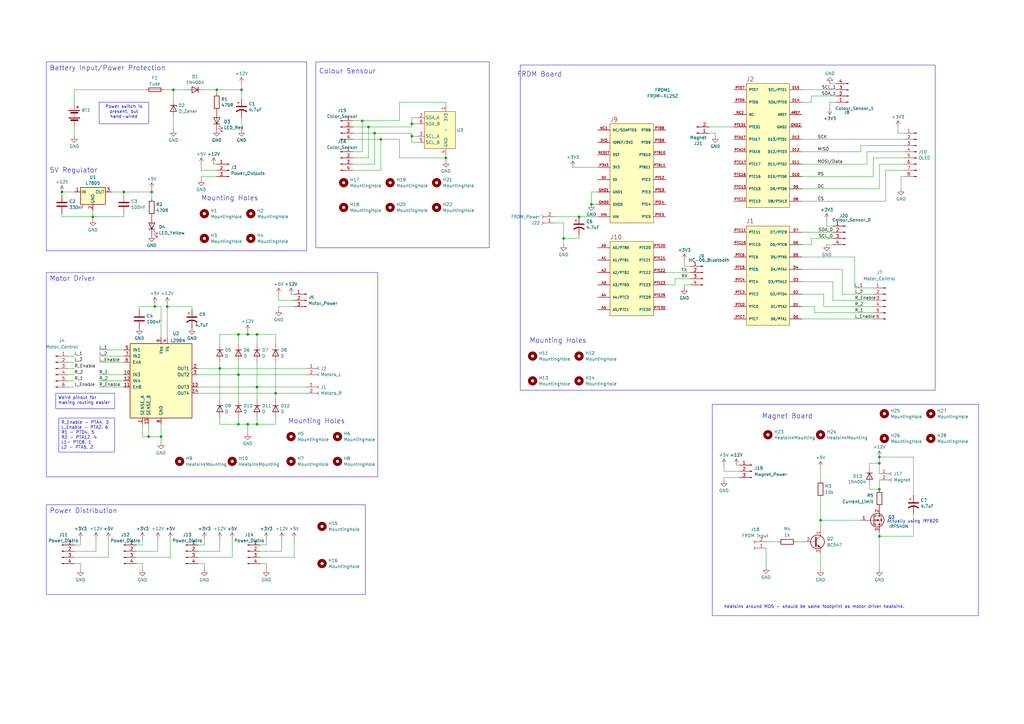
<source format=kicad_sch>
(kicad_sch (version 20230121) (generator eeschema)
  (paper "A3")
  (junction (at 336.55 213.36))
  (junction (at 99.06 36.83))
  (junction (at 50.8 78.74))
  (junction (at 63.5 125.73))
  (junction (at 156.21 57.15))
  (junction (at 231.14 97.79))
  (junction (at 38.1 88.9))
  (junction (at 360.68 219.964))
  (junction (at 90.17 151.13))
  (junction (at 71.12 36.83))
  (junction (at 360.68 200.66))
  (junction (at 97.79 153.67))
  (junction (at 151.13 52.07))
  (junction (at 168.91 50.8))
  (junction (at 148.59 49.53))
  (junction (at 237.49 88.9))
  (junction (at 105.41 173.99))
  (junction (at 182.88 64.77))
  (junction (at 97.79 137.16))
  (junction (at 62.23 78.74))
  (junction (at 113.03 161.29))
  (junction (at 66.04 179.07))
  (junction (at 360.68 187.452))
  (junction (at 168.91 55.88))
  (junction (at 153.67 54.61))
  (junction (at 88.9 36.83))
  (junction (at 242.57 83.82))
  (junction (at 68.58 125.73))
  (junction (at 25.4 78.74))
  (junction (at 101.6 137.16))
  (junction (at 60.96 179.07))
  (junction (at 360.68 189.992))
  (junction (at 101.6 173.99))
  (junction (at 97.79 173.99))
  (junction (at 105.41 137.16))
  (junction (at 105.41 158.75))
  (wire (pts (xy 296.926 193.294) (xy 296.926 190.754)))
  (wire (pts (xy 60.96 179.07) (xy 66.04 179.07)))
  (wire (pts (xy 27.94 151.13) (xy 30.48 151.13)))
  (wire (pts (xy 280.67 109.22) (xy 280.67 106.68)))
  (wire (pts (xy 360.68 187.452) (xy 374.65 187.452)))
  (wire (pts (xy 328.93 41.91) (xy 332.74 41.91)))
  (wire (pts (xy 328.93 72.39) (xy 358.14 72.39)))
  (wire (pts (xy 353.06 59.69) (xy 353.06 62.23)))
  (wire (pts (xy 368.3 54.61) (xy 370.84 54.61)))
  (wire (pts (xy 332.74 97.79) (xy 341.63 97.79)))
  (wire (pts (xy 336.55 191.77) (xy 336.55 196.85)))
  (wire (pts (xy 33.02 233.68) (xy 33.02 231.14)))
  (wire (pts (xy 50.8 87.63) (xy 50.8 88.9)))
  (wire (pts (xy 119.38 120.65) (xy 120.65 120.65)))
  (wire (pts (xy 39.37 226.06) (xy 30.48 226.06)))
  (wire (pts (xy 341.63 115.57) (xy 328.93 115.57)))
  (wire (pts (xy 90.17 137.16) (xy 90.17 140.97)))
  (wire (pts (xy 114.3 127) (xy 114.3 125.73)))
  (wire (pts (xy 45.72 78.74) (xy 50.8 78.74)))
  (wire (pts (xy 151.13 64.77) (xy 151.13 52.07)))
  (wire (pts (xy 242.57 83.82) (xy 245.11 83.82)))
  (wire (pts (xy 68.58 125.73) (xy 78.74 125.73)))
  (wire (pts (xy 237.49 96.52) (xy 237.49 97.79)))
  (wire (pts (xy 90.17 151.13) (xy 90.17 148.59)))
  (wire (pts (xy 293.37 54.61) (xy 293.37 55.88)))
  (wire (pts (xy 68.58 124.46) (xy 68.58 125.73)))
  (wire (pts (xy 356.616 191.516) (xy 356.616 189.992)))
  (wire (pts (xy 328.93 67.31) (xy 355.6 67.31)))
  (wire (pts (xy 163.83 57.15) (xy 156.21 57.15)))
  (wire (pts (xy 144.78 49.53) (xy 148.59 49.53)))
  (wire (pts (xy 296.926 197.104) (xy 296.926 195.834)))
  (wire (pts (xy 71.12 48.26) (xy 71.12 53.34)))
  (wire (pts (xy 82.55 69.85) (xy 82.55 67.31)))
  (wire (pts (xy 358.14 64.77) (xy 358.14 72.39)))
  (wire (pts (xy 356.616 200.66) (xy 360.68 200.66)))
  (wire (pts (xy 280.67 109.22) (xy 283.21 109.22)))
  (wire (pts (xy 68.58 125.73) (xy 68.58 138.43)))
  (wire (pts (xy 360.68 196.85) (xy 360.68 200.66)))
  (wire (pts (xy 242.57 78.74) (xy 242.57 83.82)))
  (wire (pts (xy 97.79 153.67) (xy 97.79 163.83)))
  (wire (pts (xy 280.67 118.11) (xy 280.67 116.84)))
  (wire (pts (xy 27.94 148.59) (xy 30.48 148.59)))
  (wire (pts (xy 276.86 116.84) (xy 276.86 114.3)))
  (wire (pts (xy 345.44 120.65) (xy 345.44 110.49)))
  (wire (pts (xy 114.3 125.73) (xy 120.65 125.73)))
  (wire (pts (xy 90.17 220.98) (xy 90.17 226.06)))
  (wire (pts (xy 368.3 54.61) (xy 368.3 52.07)))
  (wire (pts (xy 58.42 233.68) (xy 58.42 231.14)))
  (wire (pts (xy 99.06 53.34) (xy 99.06 48.26)))
  (wire (pts (xy 39.37 220.98) (xy 39.37 226.06)))
  (wire (pts (xy 370.84 67.31) (xy 360.68 67.31)))
  (wire (pts (xy 58.42 231.14) (xy 55.88 231.14)))
  (wire (pts (xy 328.93 36.83) (xy 342.9 36.83)))
  (wire (pts (xy 356.616 189.992) (xy 360.68 189.992)))
  (wire (pts (xy 148.59 62.23) (xy 148.59 49.53)))
  (wire (pts (xy 280.67 116.84) (xy 283.21 116.84)))
  (wire (pts (xy 168.91 52.07) (xy 168.91 50.8)))
  (wire (pts (xy 33.02 231.14) (xy 30.48 231.14)))
  (wire (pts (xy 30.48 158.75) (xy 27.94 158.75)))
  (wire (pts (xy 38.1 88.9) (xy 50.8 88.9)))
  (wire (pts (xy 340.36 34.29) (xy 342.9 34.29)))
  (wire (pts (xy 314.198 224.79) (xy 314.198 232.664)))
  (wire (pts (xy 358.14 128.27) (xy 334.01 128.27)))
  (wire (pts (xy 30.48 228.6) (xy 44.45 228.6)))
  (wire (pts (xy 182.88 64.77) (xy 163.83 64.77)))
  (wire (pts (xy 168.91 55.88) (xy 168.91 58.42)))
  (wire (pts (xy 163.83 49.53) (xy 163.83 41.91)))
  (wire (pts (xy 182.88 41.91) (xy 182.88 43.18)))
  (wire (pts (xy 71.12 36.83) (xy 76.2 36.83)))
  (wire (pts (xy 345.44 110.49) (xy 328.93 110.49)))
  (wire (pts (xy 64.77 220.98) (xy 64.77 226.06)))
  (wire (pts (xy 358.14 125.73) (xy 337.82 125.73)))
  (wire (pts (xy 83.82 233.68) (xy 83.82 231.14)))
  (wire (pts (xy 105.41 158.75) (xy 105.41 163.83)))
  (wire (pts (xy 64.77 226.06) (xy 55.88 226.06)))
  (wire (pts (xy 339.09 92.71) (xy 339.09 90.17)))
  (wire (pts (xy 334.01 128.27) (xy 334.01 125.73)))
  (wire (pts (xy 62.23 78.74) (xy 50.8 78.74)))
  (wire (pts (xy 115.57 226.06) (xy 106.68 226.06)))
  (wire (pts (xy 113.03 171.45) (xy 113.03 173.99)))
  (wire (pts (xy 328.93 57.15) (xy 370.84 57.15)))
  (wire (pts (xy 350.52 105.41) (xy 328.93 105.41)))
  (wire (pts (xy 227.33 88.9) (xy 237.49 88.9)))
  (wire (pts (xy 337.82 120.65) (xy 328.93 120.65)))
  (wire (pts (xy 273.05 116.84) (xy 276.86 116.84)))
  (wire (pts (xy 38.1 86.36) (xy 38.1 88.9)))
  (wire (pts (xy 276.86 114.3) (xy 283.21 114.3)))
  (wire (pts (xy 97.79 137.16) (xy 97.79 140.97)))
  (wire (pts (xy 374.65 187.452) (xy 374.65 203.2)))
  (wire (pts (xy 57.15 127) (xy 57.15 125.73)))
  (wire (pts (xy 101.6 173.99) (xy 105.41 173.99)))
  (wire (pts (xy 82.55 72.39) (xy 88.9 72.39)))
  (wire (pts (xy 370.84 62.23) (xy 355.6 62.23)))
  (wire (pts (xy 81.28 151.13) (xy 90.17 151.13)))
  (wire (pts (xy 63.5 125.73) (xy 66.04 125.73)))
  (wire (pts (xy 163.83 41.91) (xy 182.88 41.91)))
  (wire (pts (xy 90.17 151.13) (xy 90.17 163.83)))
  (wire (pts (xy 144.78 52.07) (xy 151.13 52.07)))
  (wire (pts (xy 168.91 48.26) (xy 168.91 50.8)))
  (wire (pts (xy 332.74 100.33) (xy 332.74 97.79)))
  (wire (pts (xy 358.14 123.19) (xy 341.63 123.19)))
  (wire (pts (xy 58.42 179.07) (xy 58.42 173.99)))
  (wire (pts (xy 168.91 54.61) (xy 168.91 55.88)))
  (wire (pts (xy 341.63 123.19) (xy 341.63 115.57)))
  (wire (pts (xy 151.13 52.07) (xy 168.91 52.07)))
  (wire (pts (xy 38.1 90.17) (xy 38.1 88.9)))
  (wire (pts (xy 296.926 195.834) (xy 303.276 195.834)))
  (wire (pts (xy 113.03 161.29) (xy 125.73 161.29)))
  (wire (pts (xy 369.57 72.39) (xy 370.84 72.39)))
  (wire (pts (xy 105.41 158.75) (xy 105.41 148.59)))
  (wire (pts (xy 328.93 100.33) (xy 332.74 100.33)))
  (wire (pts (xy 25.4 78.74) (xy 30.48 78.74)))
  (wire (pts (xy 30.48 36.83) (xy 59.69 36.83)))
  (wire (pts (xy 231.14 100.33) (xy 231.14 97.79)))
  (wire (pts (xy 336.55 217.17) (xy 336.55 213.36)))
  (wire (pts (xy 40.64 148.59) (xy 50.8 148.59)))
  (wire (pts (xy 360.68 189.992) (xy 360.68 194.31)))
  (wire (pts (xy 106.68 228.6) (xy 120.65 228.6)))
  (wire (pts (xy 30.48 52.07) (xy 30.48 55.88)))
  (wire (pts (xy 144.78 62.23) (xy 148.59 62.23)))
  (wire (pts (xy 105.41 140.97) (xy 105.41 137.16)))
  (wire (pts (xy 83.82 220.98) (xy 83.82 223.52)))
  (wire (pts (xy 144.78 64.77) (xy 151.13 64.77)))
  (wire (pts (xy 156.21 69.85) (xy 156.21 57.15)))
  (wire (pts (xy 113.03 140.97) (xy 113.03 137.16)))
  (wire (pts (xy 81.28 161.29) (xy 113.03 161.29)))
  (wire (pts (xy 171.45 55.88) (xy 168.91 55.88)))
  (wire (pts (xy 302.006 190.754) (xy 303.276 190.754)))
  (wire (pts (xy 25.4 80.01) (xy 25.4 78.74)))
  (wire (pts (xy 66.04 179.07) (xy 66.04 181.61)))
  (wire (pts (xy 340.36 41.91) (xy 340.36 44.45)))
  (wire (pts (xy 82.55 73.66) (xy 82.55 72.39)))
  (wire (pts (xy 97.79 137.16) (xy 90.17 137.16)))
  (wire (pts (xy 62.23 81.28) (xy 62.23 78.74)))
  (wire (pts (xy 30.48 153.67) (xy 27.94 153.67)))
  (wire (pts (xy 62.23 77.47) (xy 62.23 78.74)))
  (wire (pts (xy 97.79 173.99) (xy 101.6 173.99)))
  (wire (pts (xy 237.49 88.9) (xy 245.11 88.9)))
  (wire (pts (xy 303.276 193.294) (xy 296.926 193.294)))
  (wire (pts (xy 332.74 41.91) (xy 332.74 39.37)))
  (wire (pts (xy 71.12 36.83) (xy 71.12 40.64)))
  (wire (pts (xy 109.22 223.52) (xy 106.68 223.52)))
  (wire (pts (xy 88.9 36.83) (xy 83.82 36.83)))
  (wire (pts (xy 44.45 228.6) (xy 44.45 220.98)))
  (wire (pts (xy 66.04 125.73) (xy 66.04 138.43)))
  (wire (pts (xy 120.65 123.19) (xy 114.3 123.19)))
  (wire (pts (xy 360.68 219.964) (xy 360.68 233.68)))
  (wire (pts (xy 69.85 228.6) (xy 69.85 220.98)))
  (wire (pts (xy 90.17 151.13) (xy 125.73 151.13)))
  (wire (pts (xy 234.95 68.58) (xy 245.11 68.58)))
  (wire (pts (xy 182.88 63.5) (xy 182.88 64.77)))
  (wire (pts (xy 105.41 158.75) (xy 125.73 158.75)))
  (wire (pts (xy 360.68 219.964) (xy 374.65 219.964)))
  (wire (pts (xy 353.06 59.69) (xy 370.84 59.69)))
  (wire (pts (xy 87.63 67.31) (xy 88.9 67.31)))
  (wire (pts (xy 101.6 135.89) (xy 101.6 137.16)))
  (wire (pts (xy 370.84 64.77) (xy 358.14 64.77)))
  (wire (pts (xy 360.68 187.452) (xy 360.68 189.992)))
  (wire (pts (xy 350.52 118.11) (xy 350.52 105.41)))
  (wire (pts (xy 101.6 173.99) (xy 101.6 177.8)))
  (wire (pts (xy 58.42 223.52) (xy 55.88 223.52)))
  (wire (pts (xy 144.78 67.31) (xy 153.67 67.31)))
  (wire (pts (xy 99.06 36.83) (xy 88.9 36.83)))
  (wire (pts (xy 245.11 78.74) (xy 242.57 78.74)))
  (wire (pts (xy 83.82 223.52) (xy 81.28 223.52)))
  (wire (pts (xy 356.616 199.136) (xy 356.616 200.66)))
  (wire (pts (xy 25.4 87.63) (xy 25.4 88.9)))
  (wire (pts (xy 33.02 223.52) (xy 30.48 223.52)))
  (wire (pts (xy 113.03 137.16) (xy 105.41 137.16)))
  (wire (pts (xy 120.65 228.6) (xy 120.65 220.98)))
  (wire (pts (xy 353.06 62.23) (xy 328.93 62.23)))
  (wire (pts (xy 40.64 153.67) (xy 50.8 153.67)))
  (wire (pts (xy 81.28 153.67) (xy 97.79 153.67)))
  (wire (pts (xy 115.57 220.98) (xy 115.57 226.06)))
  (wire (pts (xy 109.22 233.68) (xy 109.22 231.14)))
  (wire (pts (xy 334.01 125.73) (xy 328.93 125.73)))
  (wire (pts (xy 105.41 137.16) (xy 101.6 137.16)))
  (wire (pts (xy 163.83 64.77) (xy 163.83 57.15)))
  (wire (pts (xy 30.48 156.21) (xy 27.94 156.21)))
  (wire (pts (xy 227.33 91.44) (xy 231.14 91.44)))
  (wire (pts (xy 40.64 143.51) (xy 50.8 143.51)))
  (wire (pts (xy 90.17 173.99) (xy 97.79 173.99)))
  (wire (pts (xy 336.55 204.47) (xy 336.55 213.36)))
  (wire (pts (xy 374.65 210.82) (xy 374.65 219.964)))
  (wire (pts (xy 66.04 173.99) (xy 66.04 179.07)))
  (wire (pts (xy 57.15 125.73) (xy 63.5 125.73)))
  (wire (pts (xy 55.88 228.6) (xy 69.85 228.6)))
  (wire (pts (xy 342.9 41.91) (xy 340.36 41.91)))
  (wire (pts (xy 336.55 227.33) (xy 336.55 233.68)))
  (wire (pts (xy 83.82 231.14) (xy 81.28 231.14)))
  (wire (pts (xy 95.25 228.6) (xy 95.25 220.98)))
  (wire (pts (xy 81.28 158.75) (xy 105.41 158.75)))
  (wire (pts (xy 273.05 111.76) (xy 283.21 111.76)))
  (wire (pts (xy 50.8 78.74) (xy 50.8 80.01)))
  (wire (pts (xy 231.14 97.79) (xy 237.49 97.79)))
  (wire (pts (xy 105.41 171.45) (xy 105.41 173.99)))
  (wire (pts (xy 156.21 57.15) (xy 144.78 57.15)))
  (wire (pts (xy 97.79 153.67) (xy 125.73 153.67)))
  (wire (pts (xy 109.22 231.14) (xy 106.68 231.14)))
  (wire (pts (xy 144.78 69.85) (xy 156.21 69.85)))
  (wire (pts (xy 99.06 40.64) (xy 99.06 36.83)))
  (wire (pts (xy 328.93 77.47) (xy 360.68 77.47)))
  (wire (pts (xy 290.83 52.07) (xy 300.99 52.07)))
  (wire (pts (xy 113.03 161.29) (xy 113.03 163.83)))
  (wire (pts (xy 97.79 153.67) (xy 97.79 148.59)))
  (wire (pts (xy 328.93 82.55) (xy 363.22 82.55)))
  (wire (pts (xy 171.45 48.26) (xy 168.91 48.26)))
  (wire (pts (xy 88.9 38.1) (xy 88.9 36.83)))
  (wire (pts (xy 360.68 67.31) (xy 360.68 77.47)))
  (wire (pts (xy 360.68 218.44) (xy 360.68 219.964)))
  (wire (pts (xy 90.17 226.06) (xy 81.28 226.06)))
  (wire (pts (xy 40.64 158.75) (xy 50.8 158.75)))
  (wire (pts (xy 99.06 34.29) (xy 99.06 36.83)))
  (wire (pts (xy 40.64 156.21) (xy 50.8 156.21)))
  (wire (pts (xy 153.67 54.61) (xy 168.91 54.61)))
  (wire (pts (xy 90.17 171.45) (xy 90.17 173.99)))
  (wire (pts (xy 153.67 67.31) (xy 153.67 54.61)))
  (wire (pts (xy 337.82 125.73) (xy 337.82 120.65)))
  (wire (pts (xy 58.42 220.98) (xy 58.42 223.52)))
  (wire (pts (xy 339.09 100.33) (xy 341.63 100.33)))
  (wire (pts (xy 27.94 146.05) (xy 30.48 146.05)))
  (wire (pts (xy 341.63 92.71) (xy 339.09 92.71)))
  (wire (pts (xy 369.57 77.47) (xy 369.57 72.39)))
  (wire (pts (xy 78.74 127) (xy 78.74 125.73)))
  (wire (pts (xy 63.5 124.46) (xy 63.5 125.73)))
  (wire (pts (xy 168.91 50.8) (xy 171.45 50.8)))
  (wire (pts (xy 67.31 36.83) (xy 71.12 36.83)))
  (wire (pts (xy 60.96 173.99) (xy 60.96 179.07)))
  (wire (pts (xy 144.78 54.61) (xy 153.67 54.61)))
  (wire (pts (xy 109.22 220.98) (xy 109.22 223.52)))
  (wire (pts (xy 148.59 49.53) (xy 163.83 49.53)))
  (wire (pts (xy 328.93 130.81) (xy 358.14 130.81)))
  (wire (pts (xy 328.93 95.25) (xy 341.63 95.25)))
  (wire (pts (xy 358.14 118.11) (xy 350.52 118.11)))
  (wire (pts (xy 114.3 123.19) (xy 114.3 120.65)))
  (wire (pts (xy 336.55 213.36) (xy 353.06 213.36)))
  (wire (pts (xy 105.41 173.99) (xy 113.03 173.99)))
  (wire (pts (xy 30.48 41.91) (xy 30.48 36.83)))
  (wire (pts (xy 25.4 88.9) (xy 38.1 88.9)))
  (wire (pts (xy 88.9 69.85) (xy 82.55 69.85)))
  (wire (pts (xy 81.28 228.6) (xy 95.25 228.6)))
  (wire (pts (xy 40.64 146.05) (xy 50.8 146.05)))
  (wire (pts (xy 58.42 179.07) (xy 60.96 179.07)))
  (wire (pts (xy 97.79 171.45) (xy 97.79 173.99)))
  (wire (pts (xy 168.91 58.42) (xy 171.45 58.42)))
  (wire (pts (xy 182.88 64.77) (xy 182.88 66.04)))
  (wire (pts (xy 326.644 222.25) (xy 328.93 222.25)))
  (wire (pts (xy 314.198 222.25) (xy 319.024 222.25)))
  (wire (pts (xy 358.14 120.65) (xy 345.44 120.65)))
  (wire (pts (xy 113.03 161.29) (xy 113.03 148.59)))
  (wire (pts (xy 370.84 69.85) (xy 363.22 69.85)))
  (wire (pts (xy 363.22 69.85) (xy 363.22 82.55)))
  (wire (pts (xy 33.02 220.98) (xy 33.02 223.52)))
  (wire (pts (xy 290.83 54.61) (xy 293.37 54.61)))
  (wire (pts (xy 231.14 97.79) (xy 231.14 91.44)))
  (wire (pts (xy 101.6 137.16) (xy 97.79 137.16)))
  (wire (pts (xy 355.6 62.23) (xy 355.6 67.31)))
  (wire (pts (xy 332.74 39.37) (xy 342.9 39.37)))
  (rectangle (start 129.54 25.4) (end 200.66 101.6))
  (rectangle (start 19.05 207.01) (end 149.86 243.84))
  (rectangle (start 19.05 25.4) (end 125.73 102.87))
  (rectangle (start 19.05 111.76) (end 154.94 195.58))
  (rectangle (start 213.36 26.67) (end 383.54 160.02))
  (rectangle (start 292.1 165.862) (end 401.32 252.476))
  (text_box "Power switch is present, but hand-wired" (at 40.64 41.91 0) (size 20.32 8.89) (effects (font (size 1.27 1.27)) (justify top)))
  (text_box "Weird pinout for making routing easier" (at 22.86 161.29 0) (size 24.13 6.35) (effects (font (size 1.27 1.27)) (justify left top)))
  (text_box "R_Enable - PTA4, 3\nL_Enable - PTA2, 6\nR1 - PTD4, 5\nR2 - PTA12, 4\nL1- PTC8, 1\nL2 - PTA5, 2" (at 24.13 171.45 0) (size 22.86 13.97) (effects (font (size 1.27 1.27)) (justify left top)))
  (text "Mounting Holes" (at 118.11 173.99 0) (effects (font (size 2 2)) (justify left bottom)))
  (text "Power Distribution\n" (at 20.32 210.82 0) (effects (font (size 2 2)) (justify left bottom)))
  (text "heatsink around MOS - should be same footprint as motor driver heatsink.\n" (at 296.926 249.682 0) (effects (font (size 1.27 1.27)) (justify left bottom)))
  (text "5V Regulator" (at 20.32 71.12 0) (effects (font (size 2 2)) (justify left bottom)))
  (text "Actually using IRF620" (at 363.728 214.63 0) (effects (font (size 1.27 1.27)) (justify left bottom)))
  (text "Mounting Holes" (at 217.17 140.97 0) (effects (font (size 2 2)) (justify left bottom)))
  (text "Battery Input/Power Protection" (at 20.32 29.21 0) (effects (font (size 2 2)) (justify left bottom)))
  (text "Mounting Holes" (at 82.55 82.55 0) (effects (font (size 2 2)) (justify left bottom)))
  (text "Colour Sensour" (at 130.81 30.48 0) (effects (font (size 2 2)) (justify left bottom)))
  (text "FRDM Board\n" (at 212.09 31.75 0) (effects (font (size 2 2)) (justify left bottom)))
  (text "Magnet Board" (at 312.42 171.958 0) (effects (font (size 2 2)) (justify left bottom)))
  (text "Motor Driver" (at 20.32 115.57 0) (effects (font (size 2 2)) (justify left bottom)))
  (label "SDA_1" (at 342.9 39.37 180))
  (label "DC" (at 335.28 77.47 0))
  (label "R_1" (at 350.52 128.27 0))
  (label "L_Enable" (at 350.52 130.81 0))
  (label "L_1" (at 30.48 146.05 0))
  (label "MOSI{slash}Data" (at 335.28 67.31 0))
  (label "L_Enable" (at 30.48 158.75 0))
  (label "SCK" (at 335.28 57.15 0))
  (label "L_1" (at 40.64 143.51 0))
  (label "TX" (at 279.4 111.76 0))
  (label "R_1" (at 30.48 156.21 0))
  (label "SCL_0" (at 341.63 97.79 180))
  (label "RS" (at 335.28 72.39 0))
  (label "MISO" (at 335.28 62.23 0))
  (label "L_1" (at 350.52 118.11 0))
  (label "R_2" (at 30.48 153.67 0))
  (label "R_1" (at 40.64 153.67 0))
  (label "L_2" (at 350.52 120.65 0))
  (label "R_Enable" (at 350.52 123.19 0))
  (label "SDA_0" (at 341.63 95.25 180))
  (label "R_2" (at 40.64 156.21 0))
  (label "R_Enable" (at 30.48 151.13 0))
  (label "RX" (at 279.4 114.3 0))
  (label "CS" (at 335.28 82.55 0))
  (label "R_2" (at 350.52 125.73 0))
  (label "R_Enable" (at 40.64 158.75 0))
  (label "L_2" (at 30.48 148.59 0))
  (label "L_2" (at 40.64 146.05 0))
  (label "SCL_1" (at 342.9 36.83 180))
  (label "L_Enable" (at 40.64 148.59 0))
  (symbol (lib_id "PCM_4ms_Power-symbol:GND") (at 339.09 100.33 0) (unit 1)
    (property "Reference" "#PWR055" (effects hide))
    (property "Value" "GND" (at 339.09 104.4631 0))
  )
  (symbol (lib_id "Connector:Conn_01x02_Socket") (at 309.118 224.79 180) (unit 1)
    (property "Reference" "J18" (at 309.753 217.17 0))
    (property "Value" "FRDM input" (at 309.753 219.71 0))
    (property "Footprint" "Connector_Molex:Molex_KK-254_AE-6410-02A_1x02_P2.54mm_Vertical" (effects hide))
  )
  (symbol (lib_id "PCM_4ms_Power-symbol:+12V") (at 90.17 220.98 0) (mirror y) (unit 1)
    (property "Reference" "#PWR038" (effects hide))
    (property "Value" "+12V" (at 90.17 216.8469 0))
  )
  (symbol (lib_id "Mechanical:MountingHole") (at 179.07 85.09 0) (unit 1)
    (property "Reference" "H22" (at 181.61 83.8779 0) (effects (justify left)))
    (property "Value" "MountingHole" (at 181.61 86.3021 0) (effects (justify left)))
    (property "Footprint" "MountingHole:MountingHole_5.3mm_M5" (effects hide))
  )
  (symbol (lib_id "Transistor_FET:IRF540N") (at 358.14 213.36 0) (unit 1)
    (property "Reference" "Q3" (at 364.236 212.09 0) (effects (justify left)))
    (property "Value" "IRF540N" (at 364.49 215.9 0) (effects (justify left)))
    (property "Footprint" "Package_TO_SOT_THT:TO-220-3_Vertical" (effects hide))
    (property "Datasheet" "http://www.irf.com/product-info/datasheets/data/irf540n.pdf" (effects hide))
  )
  (symbol (lib_id "PCM_4ms_Power-symbol:+12V") (at 115.57 220.98 0) (mirror y) (unit 1)
    (property "Reference" "#PWR042" (effects hide))
    (property "Value" "+12V" (at 115.57 216.8469 0))
  )
  (symbol (lib_id "power:+5V") (at 69.85 220.98 0) (mirror y) (unit 1)
    (property "Reference" "#PWR035" (effects hide))
    (property "Value" "+5V" (at 69.85 216.8469 0))
  )
  (symbol (lib_id "PCM_4ms_Power-symbol:GND") (at 83.82 233.68 0) (unit 1)
    (property "Reference" "#PWR040" (effects hide))
    (property "Value" "GND" (at 83.82 237.8131 0))
  )
  (symbol (lib_id "PCM_4ms_Power-symbol:+3.3V") (at 368.3 52.07 0) (mirror y) (unit 1)
    (property "Reference" "#PWR059" (effects hide))
    (property "Value" "+3.3V" (at 368.3 47.9369 0))
  )
  (symbol (lib_id "Device:R") (at 322.834 222.25 90) (unit 1)
    (property "Reference" "R4" (at 322.834 216.916 90))
    (property "Value" "1k" (at 322.834 219.456 90))
    (property "Footprint" "Resistor_THT:R_Axial_DIN0207_L6.3mm_D2.5mm_P10.16mm_Horizontal" (effects hide))
  )
  (symbol (lib_id "Connector:Conn_01x04_Pin") (at 139.7 52.07 0) (unit 1)
    (property "Reference" "J15" (at 140.335 45.3095 0))
    (property "Value" "Color_Sensor" (at 140.335 47.7337 0))
    (property "Footprint" "Connector_Molex:Molex_KK-254_AE-6410-04A_1x04_P2.54mm_Vertical" (effects hide))
  )
  (symbol (lib_id "power:+5V") (at 296.926 190.754 0) (unit 1)
    (property "Reference" "#PWR051" (effects hide))
    (property "Value" "+5V" (at 296.926 186.6209 0))
  )
  (symbol (lib_id "PCM_4ms_Power-symbol:+3.3V") (at 58.42 220.98 0) (unit 1)
    (property "Reference" "#PWR033" (effects hide))
    (property "Value" "+3.3V" (at 58.42 216.8469 0))
  )
  (symbol (lib_id "Mechanical:MountingHole") (at 179.07 74.93 0) (unit 1)
    (property "Reference" "H21" (at 181.61 73.7179 0) (effects (justify left)))
    (property "Value" "MountingHole" (at 181.61 76.1421 0) (effects (justify left)))
    (property "Footprint" "MountingHole:MountingHole_5.3mm_M5" (effects hide))
  )
  (symbol (lib_id "Transistor_BJT:BC547") (at 334.01 222.25 0) (unit 1)
    (property "Reference" "Q2" (at 339.09 220.98 0) (effects (justify left)))
    (property "Value" "BC547" (at 339.09 223.52 0) (effects (justify left)))
    (property "Footprint" "Package_TO_SOT_THT:TO-92_Inline_Wide" (effects hide))
    (property "Datasheet" "https://www.onsemi.com/pub/Collateral/BC550-D.pdf" (effects hide))
  )
  (symbol (lib_id "power:+5V") (at 44.45 220.98 0) (mirror y) (unit 1)
    (property "Reference" "#PWR030" (effects hide))
    (property "Value" "+5V" (at 44.45 216.8469 0))
  )
  (symbol (lib_id "Connector:Conn_01x04_Pin") (at 346.71 95.25 0) (mirror y) (unit 1)
    (property "Reference" "J20" (at 346.075 88.4895 0))
    (property "Value" "Colour_Sensor_0" (at 349.25 90.17 0))
    (property "Footprint" "Connector_Molex:Molex_KK-254_AE-6410-04A_1x04_P2.54mm_Vertical" (effects hide))
  )
  (symbol (lib_id "PCM_4ms_Power-symbol:GND") (at 293.37 55.88 0) (mirror y) (unit 1)
    (property "Reference" "#PWR060" (effects hide))
    (property "Value" "GND" (at 293.37 60.0131 0))
  )
  (symbol (lib_id "Connector:Conn_01x04_Pin") (at 50.8 226.06 0) (unit 1)
    (property "Reference" "J12" (at 51.435 219.2995 0))
    (property "Value" "Power_Distro" (at 51.435 221.7237 0))
    (property "Footprint" "TerminalBlock:TerminalBlock_bornier-4_P5.08mm" (effects hide))
  )
  (symbol (lib_id "Mechanical:MountingHole") (at 381.762 169.672 0) (unit 1)
    (property "Reference" "H27" (at 384.302 168.4599 0) (effects (justify left)))
    (property "Value" "MountingHole" (at 384.302 170.8841 0) (effects (justify left)))
    (property "Footprint" "MountingHole:MountingHole_3mm" (effects hide))
  )
  (symbol (lib_id "PCM_4ms_Power-symbol:GND") (at 340.36 34.29 0) (mirror x) (unit 1)
    (property "Reference" "#PWR022" (effects hide))
    (property "Value" "GND" (at 340.36 30.1569 0))
  )
  (symbol (lib_id "PCM_4ms_Power-symbol:GND") (at 280.67 118.11 0) (unit 1)
    (property "Reference" "#PWR056" (effects hide))
    (property "Value" "GND" (at 280.67 122.2431 0))
  )
  (symbol (lib_id "PCM_4ms_Power-symbol:GND") (at 369.57 77.47 0) (unit 1)
    (property "Reference" "#PWR058" (effects hide))
    (property "Value" "GND" (at 369.57 81.6031 0))
  )
  (symbol (lib_id "Device:D") (at 90.17 167.64 270) (unit 1)
    (property "Reference" "D9" (at 92.202 166.4279 90) (effects (justify left)))
    (property "Value" "D" (at 92.202 168.8521 90) (effects (justify left)))
    (property "Footprint" "Diode_THT:D_A-405_P10.16mm_Horizontal" (effects hide))
    (property "Sim.Device" "D" (effects hide))
    (property "Sim.Pins" "1=K 2=A" (effects hide))
  )
  (symbol (lib_id "PCM_4ms_Power-symbol:GND") (at 336.55 233.68 0) (mirror y) (unit 1)
    (property "Reference" "#PWR049" (effects hide))
    (property "Value" "GND" (at 336.55 237.8131 0))
  )
  (symbol (lib_id "Device:D") (at 97.79 167.64 270) (unit 1)
    (property "Reference" "D10" (at 99.822 166.4279 90) (effects (justify left)))
    (property "Value" "D" (at 99.822 168.8521 90) (effects (justify left)))
    (property "Footprint" "Diode_THT:D_A-405_P10.16mm_Horizontal" (effects hide))
    (property "Sim.Device" "D" (effects hide))
    (property "Sim.Pins" "1=K 2=A" (effects hide))
  )
  (symbol (lib_id "PCM_4ms_Power-symbol:GND") (at 182.88 66.04 0) (unit 1)
    (property "Reference" "#PWR045" (effects hide))
    (property "Value" "GND" (at 182.88 70.1731 0))
  )
  (symbol (lib_id "Connector:Conn_01x03_Pin") (at 125.73 123.19 0) (mirror y) (unit 1)
    (property "Reference" "J5" (at 126.4412 121.9779 0) (effects (justify right)))
    (property "Value" "Motor_Power" (at 126.4412 124.4021 0) (effects (justify right)))
    (property "Footprint" "TerminalBlock:TerminalBlock_bornier-3_P5.08mm" (effects hide))
  )
  (symbol (lib_id "PCM_4ms_Power-symbol:GND") (at 38.1 90.17 0) (unit 1)
    (property "Reference" "#PWR09" (effects hide))
    (property "Value" "GND" (at 38.1 94.3031 0))
  )
  (symbol (lib_id "Device:R") (at 62.23 85.09 0) (unit 1)
    (property "Reference" "R2" (at 64.008 83.8779 0) (effects (justify left)))
    (property "Value" "470R" (at 64.008 86.3021 0) (effects (justify left)))
    (property "Footprint" "Resistor_THT:R_Axial_DIN0207_L6.3mm_D2.5mm_P10.16mm_Horizontal" (effects hide))
  )
  (symbol (lib_id "Connector:Conn_01x04_Pin") (at 101.6 226.06 0) (unit 1)
    (property "Reference" "J14" (at 102.235 219.2995 0))
    (property "Value" "Power_Distro" (at 102.235 221.7237 0))
    (property "Footprint" "TerminalBlock:TerminalBlock_bornier-4_P5.08mm" (effects hide))
  )
  (symbol (lib_id "PCM_4ms_Power-symbol:GND") (at 78.74 134.62 0) (unit 1)
    (property "Reference" "#PWR015" (effects hide))
    (property "Value" "GND" (at 78.74 138.7531 0))
  )
  (symbol (lib_id "PCM_4ms_Power-symbol:GND") (at 314.198 232.664 0) (mirror y) (unit 1)
    (property "Reference" "#PWR050" (effects hide))
    (property "Value" "GND" (at 314.198 236.7971 0))
  )
  (symbol (lib_id "Mechanical:MountingHole") (at 314.96 178.308 0) (unit 1)
    (property "Reference" "H23" (at 317.5 177.0959 0) (effects (justify left)))
    (property "Value" "HeatsinkMounting" (at 317.5 179.5201 0) (effects (justify left)))
    (property "Footprint" "new_winterbloom:M3_Heatsink_Mounting" (effects hide))
  )
  (symbol (lib_id "PCM_4ms_Power-symbol:+3.3V") (at 109.22 220.98 0) (unit 1)
    (property "Reference" "#PWR041" (effects hide))
    (property "Value" "+3.3V" (at 109.22 216.8469 0))
  )
  (symbol (lib_id "Device:D") (at 80.01 36.83 180) (unit 1)
    (property "Reference" "D1" (at 80.01 31.4157 0))
    (property "Value" "1N4004" (at 80.01 33.8399 0))
    (property "Footprint" "Diode_THT:D_A-405_P10.16mm_Horizontal" (effects hide))
    (property "Sim.Device" "D" (effects hide))
    (property "Sim.Pins" "1=K 2=A" (effects hide))
  )
  (symbol (lib_id "power:+5V") (at 95.25 220.98 0) (mirror y) (unit 1)
    (property "Reference" "#PWR039" (effects hide))
    (property "Value" "+5V" (at 95.25 216.8469 0))
  )
  (symbol (lib_id "Mechanical:MountingHole") (at 218.44 146.05 0) (unit 1)
    (property "Reference" "H11" (at 220.98 144.8379 0) (effects (justify left)))
    (property "Value" "MountingHole" (at 220.98 147.2621 0) (effects (justify left)))
    (property "Footprint" "MountingHole:MountingHole_3mm" (effects hide))
  )
  (symbol (lib_id "PCM_4ms_Power-symbol:GND") (at 296.926 197.104 0) (unit 1)
    (property "Reference" "#PWR052" (effects hide))
    (property "Value" "GND" (at 296.926 201.2371 0))
  )
  (symbol (lib_id "Driver_Motor:L298N") (at 66.04 156.21 0) (unit 1)
    (property "Reference" "U2" (at 70.7741 136.8257 0) (effects (justify left)))
    (property "Value" "L298N" (at 69.85 139.7 0) (effects (justify left)))
    (property "Footprint" "Package_TO_SOT_THT:TO-220-15_P2.54x2.54mm_StaggerOdd_Lead4.58mm_Vertical" (effects hide))
    (property "Datasheet" "http://www.st.com/st-web-ui/static/active/en/resource/technical/document/datasheet/CD00000240.pdf" (effects hide))
  )
  (symbol (lib_id "PCM_4ms_Power-symbol:+3.3V") (at 339.09 90.17 0) (mirror y) (unit 1)
    (property "Reference" "#PWR054" (effects hide))
    (property "Value" "+3.3V" (at 339.09 86.0369 0))
  )
  (symbol (lib_id "Connector:Conn_01x04_Pin") (at 288.29 111.76 0) (mirror y) (unit 1)
    (property "Reference" "J9" (at 287.655 104.9995 0))
    (property "Value" "HC-06_Bluetooth" (at 290.83 106.68 0))
    (property "Footprint" "Connector_Molex:Molex_KK-254_AE-6410-04A_1x04_P2.54mm_Vertical" (effects hide))
  )
  (symbol (lib_id "PCM_4ms_Power-symbol:GND") (at 88.9 53.34 0) (unit 1)
    (property "Reference" "#PWR05" (effects hide))
    (property "Value" "GND" (at 88.9 57.4731 0))
  )
  (symbol (lib_id "PCM_4ms_Power-symbol:GND") (at 99.06 53.34 0) (unit 1)
    (property "Reference" "#PWR06" (effects hide))
    (property "Value" "GND" (at 99.06 57.4731 0))
  )
  (symbol (lib_id "PCM_4ms_Power-symbol:+3.3V") (at 33.02 220.98 0) (unit 1)
    (property "Reference" "#PWR032" (effects hide))
    (property "Value" "+3.3V" (at 33.02 216.8469 0))
  )
  (symbol (lib_id "Connector:Conn_01x02_Socket") (at 365.76 194.31 0) (unit 1)
    (property "Reference" "J17" (at 366.522 194.31 0) (effects (justify left)))
    (property "Value" "Magnet" (at 366.522 196.85 0) (effects (justify left)))
    (property "Footprint" "TerminalBlock:TerminalBlock_bornier-2_P5.08mm" (effects hide))
  )
  (symbol (lib_id "Device:R") (at 88.9 41.91 0) (unit 1)
    (property "Reference" "R1" (at 90.678 40.6979 0) (effects (justify left)))
    (property "Value" "470R" (at 90.678 43.1221 0) (effects (justify left)))
    (property "Footprint" "Resistor_THT:R_Axial_DIN0207_L6.3mm_D2.5mm_P10.16mm_Horizontal" (effects hide))
  )
  (symbol (lib_id "Connector:Conn_01x03_Pin") (at 308.356 193.294 0) (mirror y) (unit 1)
    (property "Reference" "J19" (at 309.372 192.024 0) (effects (justify right)))
    (property "Value" "Magnet_Power" (at 309.372 194.564 0) (effects (justify right)))
    (property "Footprint" "TerminalBlock:TerminalBlock_bornier-3_P5.08mm" (effects hide))
  )
  (symbol (lib_id "Device:D") (at 113.03 144.78 270) (unit 1)
    (property "Reference" "D8" (at 115.062 143.5679 90) (effects (justify left)))
    (property "Value" "D" (at 115.062 145.9921 90) (effects (justify left)))
    (property "Footprint" "Diode_THT:D_A-405_P10.16mm_Horizontal" (effects hide))
    (property "Sim.Device" "D" (effects hide))
    (property "Sim.Pins" "1=K 2=A" (effects hide))
  )
  (symbol (lib_id "Mechanical:MountingHole") (at 132.08 231.14 0) (unit 1)
    (property "Reference" "H16" (at 134.62 229.9279 0) (effects (justify left)))
    (property "Value" "MountingHole" (at 134.62 232.3521 0) (effects (justify left)))
    (property "Footprint" "MountingHole:MountingHole_3mm" (effects hide))
  )
  (symbol (lib_id "Mechanical:MountingHole") (at 381.762 179.832 0) (unit 1)
    (property "Reference" "H28" (at 384.302 178.6199 0) (effects (justify left)))
    (property "Value" "MountingHole" (at 384.302 181.0441 0) (effects (justify left)))
    (property "Footprint" "MountingHole:MountingHole_3mm" (effects hide))
  )
  (symbol (lib_id "PCM_4ms_Power-symbol:+12V") (at 101.6 135.89 0) (unit 1)
    (property "Reference" "#PWR014" (effects hide))
    (property "Value" "+12V" (at 101.6 131.7569 0))
  )
  (symbol (lib_id "PCM_4ms_Power-symbol:GND") (at 114.3 127 0) (unit 1)
    (property "Reference" "#PWR020" (effects hide))
    (property "Value" "GND" (at 114.3 131.1331 0))
  )
  (symbol (lib_id "PCM_4ms_Power-symbol:+12V") (at 64.77 220.98 0) (mirror y) (unit 1)
    (property "Reference" "#PWR034" (effects hide))
    (property "Value" "+12V" (at 64.77 216.8469 0))
  )
  (symbol (lib_id "power:+5V") (at 63.5 124.46 0) (unit 1)
    (property "Reference" "#PWR011" (effects hide))
    (property "Value" "+5V" (at 63.5 120.3269 0))
  )
  (symbol (lib_id "Connector:Conn_01x02_Socket") (at 130.81 151.13 0) (unit 1)
    (property "Reference" "J2" (at 131.5212 151.1879 0) (effects (justify left)))
    (property "Value" "Motors_L" (at 131.5212 153.6121 0) (effects (justify left)))
    (property "Footprint" "TerminalBlock:TerminalBlock_bornier-2_P5.08mm" (effects hide))
  )
  (symbol (lib_id "Device:C_Polarized_US") (at 374.65 207.01 0) (unit 1)
    (property "Reference" "C7" (at 377.571 205.1629 0) (effects (justify left)))
    (property "Value" "4.7uF" (at 377.571 207.5871 0) (effects (justify left)))
    (property "Footprint" "Capacitor_THT:CP_Radial_D8.0mm_P3.50mm" (effects hide))
  )
  (symbol (lib_id "PCM_4ms_Power-symbol:GND") (at 242.57 83.82 0) (mirror y) (unit 1)
    (property "Reference" "#PWR021" (effects hide))
    (property "Value" "GND" (at 242.57 87.9531 0))
  )
  (symbol (lib_id "Mechanical:MountingHole") (at 362.712 169.672 0) (unit 1)
    (property "Reference" "H25" (at 365.252 168.4599 0) (effects (justify left)))
    (property "Value" "MountingHole" (at 365.252 170.8841 0) (effects (justify left)))
    (property "Footprint" "MountingHole:MountingHole_3mm" (effects hide))
  )
  (symbol (lib_id "Device:D") (at 105.41 167.64 270) (unit 1)
    (property "Reference" "D11" (at 107.442 166.4279 90) (effects (justify left)))
    (property "Value" "D" (at 107.442 168.8521 90) (effects (justify left)))
    (property "Footprint" "Diode_THT:D_A-405_P10.16mm_Horizontal" (effects hide))
    (property "Sim.Device" "D" (effects hide))
    (property "Sim.Pins" "1=K 2=A" (effects hide))
  )
  (symbol (lib_id "Connector:Conn_01x04_Pin") (at 139.7 64.77 0) (unit 1)
    (property "Reference" "J16" (at 140.335 58.0095 0))
    (property "Value" "Color_Sensor" (at 140.335 60.4337 0))
    (property "Footprint" "Connector_Molex:Molex_KK-254_AE-6410-04A_1x04_P2.54mm_Vertical" (effects hide))
  )
  (symbol (lib_id "Device:D") (at 113.03 167.64 270) (unit 1)
    (property "Reference" "D12" (at 115.062 166.4279 90) (effects (justify left)))
    (property "Value" "D" (at 115.062 168.8521 90) (effects (justify left)))
    (property "Footprint" "Diode_THT:D_A-405_P10.16mm_Horizontal" (effects hide))
    (property "Sim.Device" "D" (effects hide))
    (property "Sim.Pins" "1=K 2=A" (effects hide))
  )
  (symbol (lib_id "Device:D") (at 97.79 144.78 270) (unit 1)
    (property "Reference" "D6" (at 99.822 143.5679 90) (effects (justify left)))
    (property "Value" "D" (at 99.822 145.9921 90) (effects (justify left)))
    (property "Footprint" "Diode_THT:D_A-405_P10.16mm_Horizontal" (effects hide))
    (property "Sim.Device" "D" (effects hide))
    (property "Sim.Pins" "1=K 2=A" (effects hide))
  )
  (symbol (lib_id "Connector:Conn_01x04_Pin") (at 347.98 39.37 180) (unit 1)
    (property "Reference" "J8" (at 347.345 46.1305 0))
    (property "Value" "Colour_Sensor_1" (at 350.52 44.45 0))
    (property "Footprint" "Connector_Molex:Molex_KK-254_AE-6410-04A_1x04_P2.54mm_Vertical" (effects hide))
  )
  (symbol (lib_id "Device:D_Zener") (at 71.12 44.45 270) (unit 1)
    (property "Reference" "D2" (at 73.152 43.2379 90) (effects (justify left)))
    (property "Value" "D_Zener" (at 73.152 45.6621 90) (effects (justify left)))
    (property "Footprint" "Diode_THT:D_A-405_P10.16mm_Horizontal" (effects hide))
  )
  (symbol (lib_id "Device:R") (at 360.68 204.47 0) (unit 1)
    (property "Reference" "R5" (at 355.6 203.2 0) (effects (justify left)))
    (property "Value" "Current_Limit" (at 345.44 205.74 0) (effects (justify left)))
    (property "Footprint" "Resistor_THT:R_Axial_DIN0207_L6.3mm_D2.5mm_P10.16mm_Horizontal" (effects hide))
  )
  (symbol (lib_id "Connector:Conn_01x02_Socket") (at 130.81 158.75 0) (unit 1)
    (property "Reference" "J1" (at 131.5212 158.8079 0) (effects (justify left)))
    (property "Value" "Motors_R" (at 131.5212 161.2321 0) (effects (justify left)))
    (property "Footprint" "TerminalBlock:TerminalBlock_bornier-2_P5.08mm" (effects hide))
  )
  (symbol (lib_id "Mechanical:MountingHole") (at 218.44 156.21 0) (unit 1)
    (property "Reference" "H13" (at 220.98 154.9979 0) (effects (justify left)))
    (property "Value" "MountingHole" (at 220.98 157.4221 0) (effects (justify left)))
    (property "Footprint" "MountingHole:MountingHole_3mm" (effects hide))
  )
  (symbol (lib_id "Mechanical:MountingHole") (at 95.25 189.23 0) (unit 1)
    (property "Reference" "H10" (at 97.79 188.0179 0) (effects (justify left)))
    (property "Value" "HeatsinkMounting" (at 97.79 190.4421 0) (effects (justify left)))
    (property "Footprint" "new_winterbloom:M3_Heatsink_Mounting" (effects hide))
  )
  (symbol (lib_id "PCM_4ms_Power-symbol:GND") (at 82.55 73.66 0) (unit 1)
    (property "Reference" "#PWR026" (effects hide))
    (property "Value" "GND" (at 82.55 77.7931 0))
  )
  (symbol (lib_id "Connector:Conn_01x08_Pin") (at 375.92 62.23 0) (mirror y) (unit 1)
    (property "Reference" "J10" (at 376.6312 62.2879 0) (effects (justify right)))
    (property "Value" "OLED" (at 376.6312 64.7121 0) (effects (justify right)))
    (property "Footprint" "Connector_Molex:Molex_KK-254_AE-6410-08A_1x08_P2.54mm_Vertical" (effects hide))
  )
  (symbol (lib_id "Device:C_Polarized_US") (at 237.49 92.71 0) (unit 1)
    (property "Reference" "C6" (at 240.411 90.8629 0) (effects (justify left)))
    (property "Value" "4.7uF" (at 240.411 93.2871 0) (effects (justify left)))
    (property "Footprint" "Capacitor_THT:CP_Radial_D8.0mm_P3.50mm" (effects hide))
  )
  (symbol (lib_id "Mechanical:MountingHole") (at 140.97 85.09 0) (unit 1)
    (property "Reference" "H18" (at 143.51 83.8779 0) (effects (justify left)))
    (property "Value" "MountingHole" (at 143.51 86.3021 0) (effects (justify left)))
    (property "Footprint" "MountingHole:MountingHole_3mm" (effects hide))
  )
  (symbol (lib_id "Mechanical:MountingHole") (at 83.82 87.63 0) (unit 1)
    (property "Reference" "H1" (at 86.36 86.4179 0) (effects (justify left)))
    (property "Value" "MountingHole" (at 86.36 88.8421 0) (effects (justify left)))
    (property "Footprint" "MountingHole:MountingHole_3mm" (effects hide))
  )
  (symbol (lib_id "Device:D") (at 105.41 144.78 270) (unit 1)
    (property "Reference" "D7" (at 107.442 143.5679 90) (effects (justify left)))
    (property "Value" "D" (at 107.442 145.9921 90) (effects (justify left)))
    (property "Footprint" "Diode_THT:D_A-405_P10.16mm_Horizontal" (effects hide))
    (property "Sim.Device" "D" (effects hide))
    (property "Sim.Pins" "1=K 2=A" (effects hide))
  )
  (symbol (lib_id "Connector:Conn_01x04_Pin") (at 25.4 226.06 0) (unit 1)
    (property "Reference" "J11" (at 26.035 219.2995 0))
    (property "Value" "Power_Distro" (at 26.035 221.7237 0))
    (property "Footprint" "TerminalBlock:TerminalBlock_bornier-4_P5.08mm" (effects hide))
  )
  (symbol (lib_id "Device:Fuse") (at 63.5 36.83 90) (unit 1)
    (property "Reference" "F1" (at 63.5 31.9237 90))
    (property "Value" "Fuse" (at 63.5 34.3479 90))
    (property "Footprint" "Fuse:Fuseholder_Cylinder-5x20mm_Schurter_0031_8201_Horizontal_Open" (effects hide))
  )
  (symbol (lib_id "Mechanical:MountingHole") (at 237.49 156.21 0) (unit 1)
    (property "Reference" "H14" (at 240.03 154.9979 0) (effects (justify left)))
    (property "Value" "MountingHole" (at 240.03 157.4221 0) (effects (justify left)))
    (property "Footprint" "MountingHole:MountingHole_3mm" (effects hide))
  )
  (symbol (lib_id "Regulator_Linear:L7805") (at 38.1 78.74 0) (unit 1)
    (property "Reference" "U1" (at 38.1 72.6907 0))
    (property "Value" "L7805" (at 38.1 75.1149 0))
    (property "Footprint" "Package_TO_SOT_THT:TO-220-3_Horizontal_TabDown" (effects hide))
    (property "Datasheet" "http://www.st.com/content/ccc/resource/technical/document/datasheet/41/4f/b3/b0/12/d4/47/88/CD00000444.pdf/files/CD00000444.pdf/jcr:content/translations/en.CD00000444.pdf" (effects hide))
  )
  (symbol (lib_id "Mechanical:MountingHole") (at 336.55 178.308 0) (unit 1)
    (property "Reference" "H24" (at 339.09 177.0959 0) (effects (justify left)))
    (property "Value" "HeatsinkMounting" (at 339.09 179.5201 0) (effects (justify left)))
    (property "Footprint" "new_winterbloom:M3_Heatsink_Mounting" (effects hide))
  )
  (symbol (lib_id "Device:C") (at 57.15 130.81 0) (unit 1)
    (property "Reference" "C4" (at 60.071 129.5979 0) (effects (justify left)))
    (property "Value" "100nF" (at 60.071 132.0221 0) (effects (justify left)))
    (property "Footprint" "Capacitor_THT:C_Disc_D8.0mm_W2.5mm_P5.00mm" (effects hide))
  )
  (symbol (lib_id "PCM_4ms_Power-symbol:GND") (at 30.48 55.88 0) (unit 1)
    (property "Reference" "#PWR02" (effects hide))
    (property "Value" "GND" (at 30.48 60.0131 0))
  )
  (symbol (lib_id "PCM_4ms_Power-symbol:+12V") (at 360.68 187.452 0) (unit 1)
    (property "Reference" "#PWR046" (effects hide))
    (property "Value" "+12V" (at 360.68 183.3189 0))
  )
  (symbol (lib_id "Mechanical:MountingHole") (at 140.97 74.93 0) (unit 1)
    (property "Reference" "H17" (at 143.51 73.7179 0) (effects (justify left)))
    (property "Value" "MountingHole" (at 143.51 76.1421 0) (effects (justify left)))
    (property "Footprint" "MountingHole:MountingHole_3mm" (effects hide))
  )
  (symbol (lib_id "Device:LED") (at 62.23 92.71 90) (unit 1)
    (property "Reference" "D4" (at 65.151 93.0854 90) (effects (justify right)))
    (property "Value" "LED_Yellow" (at 65.151 95.5096 90) (effects (justify right)))
    (property "Footprint" "LED_THT:LED_D5.0mm" (effects hide))
  )
  (symbol (lib_id "PCM_4ms_Power-symbol:+12V") (at 302.006 190.754 0) (unit 1)
    (property "Reference" "#PWR053" (effects hide))
    (property "Value" "+12V" (at 302.006 186.6209 0))
  )
  (symbol (lib_id "Mechanical:MountingHole") (at 138.43 179.07 0) (unit 1)
    (property "Reference" "H6" (at 140.97 177.8579 0) (effects (justify left)))
    (property "Value" "MountingHole" (at 140.97 180.2821 0) (effects (justify left)))
    (property "Footprint" "MountingHole:MountingHole_3mm" (effects hide))
  )
  (symbol (lib_id "Device:C_Polarized_US") (at 99.06 44.45 0) (unit 1)
    (property "Reference" "C1" (at 101.981 42.6029 0) (effects (justify left)))
    (property "Value" "4.7uF" (at 101.981 45.0271 0) (effects (justify left)))
    (property "Footprint" "Capacitor_THT:CP_Radial_D8.0mm_P3.50mm" (effects hide))
  )
  (symbol (lib_id "PCM_4ms_Power-symbol:GND") (at 66.04 181.61 0) (unit 1)
    (property "Reference" "#PWR017" (effects hide))
    (property "Value" "GND" (at 66.04 185.7431 0))
  )
  (symbol (lib_id "Connector:Conn_01x02_Socket") (at 222.25 91.44 180) (unit 1)
    (property "Reference" "J22" (at 221.488 91.44 0) (effects (justify left)))
    (property "Value" "FRDM_Power" (at 221.488 88.9 0) (effects (justify left)))
    (property "Footprint" "TerminalBlock:TerminalBlock_bornier-2_P5.08mm" (effects hide))
  )
  (symbol (lib_id "power:+5V") (at 336.55 191.77 0) (unit 1)
    (property "Reference" "#PWR048" (effects hide))
    (property "Value" "+5V" (at 336.55 187.6369 0))
  )
  (symbol (lib_id "PCM_4ms_Power-symbol:GND") (at 231.14 100.33 0) (mirror y) (unit 1)
    (property "Reference" "#PWR023" (effects hide))
    (property "Value" "GND" (at 231.14 104.4631 0))
  )
  (symbol (lib_id "Mechanical:MountingHole") (at 160.02 74.93 0) (unit 1)
    (property "Reference" "H19" (at 162.56 73.7179 0) (effects (justify left)))
    (property "Value" "MountingHole" (at 162.56 76.1421 0) (effects (justify left)))
    (property "Footprint" "MountingHole:MountingHole_3mm" (effects hide))
  )
  (symbol (lib_id "power:+5V") (at 82.55 67.31 0) (unit 1)
    (property "Reference" "#PWR025" (effects hide))
    (property "Value" "+5V" (at 82.55 63.1769 0))
  )
  (symbol (lib_id "PCM_4ms_Power-symbol:GND") (at 62.23 96.52 0) (unit 1)
    (property "Reference" "#PWR010" (effects hide))
    (property "Value" "GND" (at 62.23 100.6531 0))
  )
  (symbol (lib_id "Mechanical:MountingHole") (at 102.87 87.63 0) (unit 1)
    (property "Reference" "H2" (at 105.41 86.4179 0) (effects (justify left)))
    (property "Value" "MountingHole" (at 105.41 88.8421 0) (effects (justify left)))
    (property "Footprint" "MountingHole:MountingHole_3mm" (effects hide))
  )
  (symbol (lib_id "Device:C") (at 50.8 83.82 0) (unit 1)
    (property "Reference" "C3" (at 53.721 82.6079 0) (effects (justify left)))
    (property "Value" "100nF" (at 53.721 85.0321 0) (effects (justify left)))
    (property "Footprint" "Capacitor_THT:C_Disc_D8.0mm_W2.5mm_P5.00mm" (effects hide))
  )
  (symbol (lib_id "Connector:Conn_01x02_Pin") (at 285.75 54.61 0) (mirror x) (unit 1)
    (property "Reference" "J21" (at 286.385 58.8305 0))
    (property "Value" "Magnet" (at 286.385 56.4063 0))
    (property "Footprint" "Connector_Molex:Molex_KK-254_AE-6410-02A_1x02_P2.54mm_Vertical" (effects hide))
  )
  (symbol (lib_id "TDP3KICAD:Adafruit_Flora_Sensor") (at 182.88 53.34 0) (unit 1)
    (property "Reference" "U3" (at 187.325 53.34 0) (effects (justify left)))
    (property "Value" "~" (at 182.88 53.34 0))
    (property "Footprint" "TDP3KICAD:Adafruit_Flora_Sensor" (effects hide))
  )
  (symbol (lib_id "PCM_4ms_Power-symbol:+12V") (at 119.38 120.65 0) (unit 1)
    (property "Reference" "#PWR019" (effects hide))
    (property "Value" "+12V" (at 119.38 116.5169 0))
  )
  (symbol (lib_id "Mechanical:MountingHole") (at 102.87 97.79 0) (unit 1)
    (property "Reference" "H4" (at 105.41 96.5779 0) (effects (justify left)))
    (property "Value" "MountingHole" (at 105.41 99.0021 0) (effects (justify left)))
    (property "Footprint" "MountingHole:MountingHole_3mm" (effects hide))
  )
  (symbol (lib_id "Mechanical:MountingHole") (at 119.38 189.23 0) (unit 1)
    (property "Reference" "H7" (at 121.92 188.0179 0) (effects (justify left)))
    (property "Value" "MountingHole" (at 121.92 190.4421 0) (effects (justify left)))
    (property "Footprint" "MountingHole:MountingHole_3mm" (effects hide))
  )
  (symbol (lib_id "PCM_4ms_Power-symbol:+12V") (at 68.58 124.46 0) (unit 1)
    (property "Reference" "#PWR012" (effects hide))
    (property "Value" "+12V" (at 68.58 120.3269 0))
  )
  (symbol (lib_id "FRDM-KL25Z:FRDM-KL25Z") (at 306.07 78.74 0) (unit 1)
    (property "Reference" "FRDM1" (at 271.78 36.9458 0))
    (property "Value" "FRDM-KL25Z" (at 271.78 39.37 0))
    (property "Footprint" "TDP3KICAD:FRDM_KL25Z_NORMAL" (effects hide))
    (property "MF" "NXP USA" (effects hide))
    (property "Description" "\nKL1x, KL2x, mbed-Enabled Development Freedom Kinetis ARM® Cortex®-M0+ MCU 32-Bit Embedded Evaluation Board\n" (effects hide))
    (property "Package" "None" (effects hide))
    (property "Price" "None" (effects hide))
    (property "SnapEDA_Link" "https://www.snapeda.com/parts/FRDM-KL25Z/NXP+USA+Inc./view-part/?ref=snap" (effects hide))
    (property "MP" "FRDM-KL25Z" (effects hide))
    (property "Purchase-URL" "https://www.snapeda.com/api/url_track_click_mouser/?unipart_id=484194&manufacturer=NXP USA&part_name=FRDM-KL25Z&search_term=None" (effects hide))
    (property "Availability" "In Stock" (effects hide))
    (property "Check_prices" "https://www.snapeda.com/parts/FRDM-KL25Z/NXP+USA+Inc./view-part/?ref=eda" (effects hide))
  )
  (symbol (lib_id "PCM_4ms_Power-symbol:GND") (at 58.42 233.68 0) (unit 1)
    (property "Reference" "#PWR036" (effects hide))
    (property "Value" "GND" (at 58.42 237.8131 0))
  )
  (symbol (lib_id "PCM_4ms_Power-symbol:+12V") (at 99.06 34.29 0) (unit 1)
    (property "Reference" "#PWR01" (effects hide))
    (property "Value" "+12V" (at 99.06 30.1569 0))
  )
  (symbol (lib_id "Mechanical:MountingHole") (at 160.02 85.09 0) (unit 1)
    (property "Reference" "H20" (at 162.56 83.8779 0) (effects (justify left)))
    (property "Value" "MountingHole" (at 162.56 86.3021 0) (effects (justify left)))
    (property "Footprint" "MountingHole:MountingHole_3mm" (effects hide))
  )
  (symbol (lib_id "Device:Battery") (at 30.48 46.99 0) (unit 1)
    (property "Reference" "BT1" (at 33.401 45.2064 0) (effects (justify left)))
    (property "Value" "12V Battery" (effects hide))
    (property "Footprint" "TerminalBlock:TerminalBlock_bornier-2_P5.08mm" (effects hide))
  )
  (symbol (lib_id "PCM_4ms_Power-symbol:GND") (at 57.15 134.62 0) (unit 1)
    (property "Reference" "#PWR013" (effects hide))
    (property "Value" "GND" (at 57.15 138.7531 0))
  )
  (symbol (lib_id "PCM_4ms_Power-symbol:+12V") (at 87.63 67.31 0) (unit 1)
    (property "Reference" "#PWR03" (effects hide))
    (property "Value" "+12V" (at 87.63 63.1769 0))
  )
  (symbol (lib_id "Device:D") (at 356.616 195.326 270) (unit 1)
    (property "Reference" "D13" (at 349.758 195.326 90) (effects (justify left)))
    (property "Value" "1N4004" (at 347.726 197.612 90) (effects (justify left)))
    (property "Footprint" "Diode_THT:D_A-405_P10.16mm_Horizontal" (effects hide))
    (property "Sim.Device" "D" (effects hide))
    (property "Sim.Pins" "1=K 2=A" (effects hide))
  )
  (symbol (lib_id "PCM_4ms_Power-symbol:+3.3V") (at 340.36 44.45 180) (unit 1)
    (property "Reference" "#PWR027" (effects hide))
    (property "Value" "+3.3V" (at 340.36 48.5831 0))
  )
  (symbol (lib_id "Device:R") (at 336.55 200.66 0) (unit 1)
    (property "Reference" "R3" (at 338.328 199.39 0) (effects (justify left)))
    (property "Value" "10k" (at 338.328 201.93 0) (effects (justify left)))
    (property "Footprint" "Resistor_THT:R_Axial_DIN0207_L6.3mm_D2.5mm_P10.16mm_Horizontal" (effects hide))
  )
  (symbol (lib_id "Device:C_Polarized_US") (at 78.74 130.81 0) (unit 1)
    (property "Reference" "C5" (at 81.661 128.9629 0) (effects (justify left)))
    (property "Value" "4.7uF" (at 80.01 133.35 0) (effects (justify left)))
    (property "Footprint" "Capacitor_THT:CP_Radial_D8.0mm_P3.50mm" (effects hide))
  )
  (symbol (lib_id "PCM_4ms_Power-symbol:GND") (at 33.02 233.68 0) (unit 1)
    (property "Reference" "#PWR029" (effects hide))
    (property "Value" "GND" (at 33.02 237.8131 0))
  )
  (symbol (lib_id "Mechanical:MountingHole") (at 138.43 189.23 0) (unit 1)
    (property "Reference" "H8" (at 140.97 188.0179 0) (effects (justify left)))
    (property "Value" "MountingHole" (at 140.97 190.4421 0) (effects (justify left)))
    (property "Footprint" "MountingHole:MountingHole_3mm" (effects hide))
  )
  (symbol (lib_id "Connector:Conn_01x03_Pin") (at 93.98 69.85 0) (mirror y) (unit 1)
    (property "Reference" "J3" (at 94.6912 68.6379 0) (effects (justify right)))
    (property "Value" "Power_Outputs" (at 94.6912 71.0621 0) (effects (justify right)))
    (property "Footprint" "TerminalBlock:TerminalBlock_bornier-3_P5.08mm" (effects hide))
  )
  (symbol (lib_id "Connector:Conn_01x04_Pin") (at 76.2 226.06 0) (unit 1)
    (property "Reference" "J13" (at 76.835 219.2995 0))
    (property "Value" "Power_Distro" (at 76.835 221.7237 0))
    (property "Footprint" "TerminalBlock:TerminalBlock_bornier-4_P5.08mm" (effects hide))
  )
  (symbol (lib_id "PCM_4ms_Power-symbol:GND") (at 109.22 233.68 0) (unit 1)
    (property "Reference" "#PWR044" (effects hide))
    (property "Value" "GND" (at 109.22 237.8131 0))
  )
  (symbol (lib_id "Mechanical:MountingHole") (at 132.08 215.9 0) (unit 1)
    (property "Reference" "H15" (at 134.62 214.6879 0) (effects (justify left)))
    (property "Value" "MountingHole" (at 134.62 217.1121 0) (effects (justify left)))
    (property "Footprint" "MountingHole:MountingHole_3mm" (effects hide))
  )
  (symbol (lib_id "power:+5V") (at 120.65 220.98 0) (mirror y) (unit 1)
    (property "Reference" "#PWR043" (effects hide))
    (property "Value" "+5V" (at 120.65 216.8469 0))
  )
  (symbol (lib_id "Device:D") (at 90.17 144.78 270) (unit 1)
    (property "Reference" "D5" (at 92.202 143.5679 90) (effects (justify left)))
    (property "Value" "D" (at 92.202 145.9921 90) (effects (justify left)))
    (property "Footprint" "Diode_THT:D_A-405_P10.16mm_Horizontal" (effects hide))
    (property "Sim.Device" "D" (effects hide))
    (property "Sim.Pins" "1=K 2=A" (effects hide))
  )
  (symbol (lib_id "Mechanical:MountingHole") (at 362.712 179.832 0) (unit 1)
    (property "Reference" "H26" (at 365.252 178.6199 0) (effects (justify left)))
    (property "Value" "MountingHole" (at 365.252 181.0441 0) (effects (justify left)))
    (property "Footprint" "MountingHole:MountingHole_3mm" (effects hide))
  )
  (symbol (lib_id "PCM_4ms_Power-symbol:+12V") (at 25.4 78.74 0) (unit 1)
    (property "Reference" "#PWR08" (effects hide))
    (property "Value" "+12V" (at 25.4 74.6069 0))
  )
  (symbol (lib_id "Mechanical:MountingHole") (at 237.49 146.05 0) (unit 1)
    (property "Reference" "H12" (at 240.03 144.8379 0) (effects (justify left)))
    (property "Value" "MountingHole" (at 240.03 147.2621 0) (effects (justify left)))
    (property "Footprint" "MountingHole:MountingHole_3mm" (effects hide))
  )
  (symbol (lib_id "Device:LED") (at 88.9 49.53 90) (unit 1)
    (property "Reference" "D3" (at 91.821 49.9054 90) (effects (justify right)))
    (property "Value" "LED_Red" (at 91.821 52.3296 90) (effects (justify right)))
    (property "Footprint" "LED_THT:LED_D5.0mm" (effects hide))
  )
  (symbol (lib_id "PCM_4ms_Power-symbol:+12V") (at 39.37 220.98 0) (mirror y) (unit 1)
    (property "Reference" "#PWR031" (effects hide))
    (property "Value" "+12V" (at 39.37 216.8469 0))
  )
  (symbol (lib_id "PCM_4ms_Power-symbol:GND") (at 101.6 177.8 0) (unit 1)
    (property "Reference" "#PWR016" (effects hide))
    (property "Value" "GND" (at 101.6 181.9331 0))
  )
  (symbol (lib_id "Connector:Conn_01x06_Pin") (at 363.22 123.19 0) (mirror y) (unit 1)
    (property "Reference" "J7" (at 360.68 111.76 0))
    (property "Value" "Motor_Control" (at 360.68 114.3 0))
    (property "Footprint" "Connector_Molex:Molex_KK-254_AE-6410-06A_1x06_P2.54mm_Vertical" (effects hide))
  )
  (symbol (lib_id "Mechanical:MountingHole") (at 73.66 189.23 0) (unit 1)
    (property "Reference" "H9" (at 76.2 188.0179 0) (effects (justify left)))
    (property "Value" "HeatsinkMounting" (at 76.2 190.4421 0) (effects (justify left)))
    (property "Footprint" "new_winterbloom:M3_Heatsink_Mounting" (effects hide))
  )
  (symbol (lib_id "PCM_4ms_Power-symbol:+3.3V") (at 83.82 220.98 0) (unit 1)
    (property "Reference" "#PWR037" (effects hide))
    (property "Value" "+3.3V" (at 83.82 216.8469 0))
  )
  (symbol (lib_id "Mechanical:MountingHole") (at 83.82 97.79 0) (unit 1)
    (property "Reference" "H3" (at 86.36 96.5779 0) (effects (justify left)))
    (property "Value" "MountingHole" (at 86.36 99.0021 0) (effects (justify left)))
    (property "Footprint" "MountingHole:MountingHole_3mm" (effects hide))
  )
  (symbol (lib_id "power:+5V") (at 114.3 120.65 0) (unit 1)
    (property "Reference" "#PWR018" (effects hide))
    (property "Value" "+5V" (at 114.3 116.5169 0))
  )
  (symbol (lib_id "PCM_4ms_Power-symbol:+3.3V") (at 234.95 68.58 0) (unit 1)
    (property "Reference" "#PWR024" (effects hide))
    (property "Value" "+3.3V" (at 234.95 64.4469 0))
  )
  (symbol (lib_id "PCM_4ms_Power-symbol:GND") (at 71.12 53.34 0) (unit 1)
    (property "Reference" "#PWR04" (effects hide))
    (property "Value" "GND" (at 71.12 57.4731 0))
  )
  (symbol (lib_id "Mechanical:MountingHole") (at 119.38 179.07 0) (unit 1)
    (property "Reference" "H5" (at 121.92 177.8579 0) (effects (justify left)))
    (property "Value" "MountingHole" (at 121.92 180.2821 0) (effects (justify left)))
    (property "Footprint" "MountingHole:MountingHole_3mm" (effects hide))
  )
  (symbol (lib_id "Connector:Conn_01x06_Pin") (at 22.86 151.13 0) (unit 1)
    (property "Reference" "J4" (at 25.4 139.7 0))
    (property "Value" "Motor_Control" (at 25.4 142.24 0))
    (property "Footprint" "Connector_Molex:Molex_KK-254_AE-6410-06A_1x06_P2.54mm_Vertical" (effects hide))
  )
  (symbol (lib_id "power:+5V") (at 62.23 77.47 0) (unit 1)
    (property "Reference" "#PWR07" (effects hide))
    (property "Value" "+5V" (at 62.23 73.3369 0))
  )
  (symbol (lib_id "Device:C") (at 25.4 83.82 0) (unit 1)
    (property "Reference" "C2" (at 28.321 82.6079 0) (effects (justify left)))
    (property "Value" "330nF" (at 28.321 85.0321 0) (effects (justify left)))
    (property "Footprint" "Capacitor_THT:C_Disc_D8.0mm_W2.5mm_P5.00mm" (effects hide))
  )
  (symbol (lib_id "PCM_4ms_Power-symbol:GND") (at 360.68 233.68 0) (mirror y) (unit 1)
    (property "Reference" "#PWR047" (effects hide))
    (property "Value" "GND" (at 360.68 237.8131 0))
  )
  (symbol (lib_id "PCM_4ms_Power-symbol:+3.3V") (at 280.67 106.68 0) (mirror y) (unit 1)
    (property "Reference" "#PWR057" (effects hide))
    (property "Value" "+3.3V" (at 280.67 102.5469 0))
  )
)
</source>
